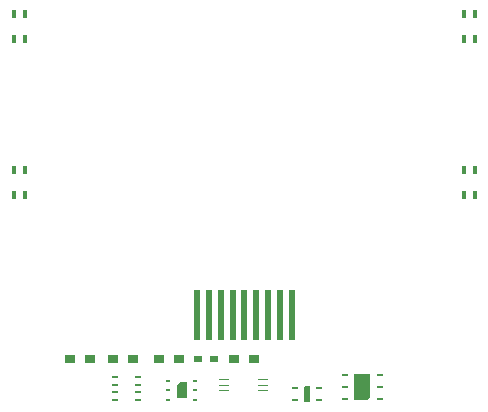
<source format=gbr>
G04 DipTrace 3.2.0.1*
G04 TopPaste.gbr*
%MOMM*%
G04 #@! TF.FileFunction,Paste,Top*
G04 #@! TF.Part,Single*
%AMOUTLINE2*
4,1,5,
-0.65,1.1,
0.65,1.1,
0.65,-0.90858,
0.45858,-1.1,
-0.65,-1.1,
-0.65,1.1,
0*%
%AMOUTLINE5*
4,1,5,
0.425,0.65,
0.425,-0.65,
-0.425,-0.65,
-0.425,0.40858,
-0.18358,0.65,
0.425,0.65,
0*%
%AMOUTLINE8*
4,1,5,
0.25,0.7,
0.25,-0.7,
-0.25,-0.7,
-0.25,0.55858,
-0.10858,0.7,
0.25,0.7,
0*%
%ADD46R,0.35X0.2*%
%ADD48R,0.8X0.05*%
%ADD50R,0.5X0.15*%
%ADD52R,0.6X0.2*%
%ADD54R,0.4X0.8*%
%ADD58R,0.5X4.3*%
%ADD60R,0.7X0.5*%
%ADD66R,0.9X0.8*%
%ADD69OUTLINE2*%
%ADD72OUTLINE5*%
%ADD75OUTLINE8*%
%FSLAX35Y35*%
G04*
G71*
G90*
G75*
G01*
G04 TopPaste*
%LPD*%
D66*
X-1473000Y-1932000D3*
X-1303000D3*
X-86000Y-1935000D3*
X84000D3*
X-1110000Y-1936000D3*
X-940000D3*
X-723000Y-1938000D3*
X-553000D3*
D60*
X-390000Y-1933000D3*
X-260000D3*
D58*
X0Y-1560000D3*
X-100000D3*
X100000D3*
X200000D3*
X300000D3*
X400000D3*
X-200000D3*
X-300000D3*
X-400000D3*
D54*
X-1860000Y-335000D3*
Y-545000D3*
X-1950000Y-335000D3*
Y-545000D3*
X1950000Y-335000D3*
X1860000D3*
X1950000Y-545000D3*
X1860000D3*
X-1860000Y985000D3*
Y775000D3*
X-1950000Y985000D3*
Y775000D3*
X1860000D3*
X1950000D3*
X1860000Y985000D3*
X1950000D3*
D52*
X855000Y-2270000D3*
Y-2170000D3*
Y-2070000D3*
X1145000Y-2270000D3*
Y-2170000D3*
Y-2070000D3*
D69*
X1000000Y-2170000D3*
D50*
X-1097500Y-2152500D3*
Y-2217500D3*
X-902500D3*
Y-2152500D3*
X-1097500Y-2087500D3*
Y-2282500D3*
X-902500D3*
Y-2087500D3*
D48*
X-168000Y-2159000D3*
X162000D3*
Y-2109000D3*
Y-2209000D3*
X-168000Y-2109000D3*
Y-2209000D3*
D72*
X-530000Y-2200000D3*
D46*
X-645000D3*
X-415000D3*
X-645000Y-2120000D3*
Y-2280000D3*
X-415000D3*
Y-2120000D3*
D75*
X530000Y-2230000D3*
D50*
X430000Y-2180000D3*
Y-2280000D3*
X630000Y-2181000D3*
Y-2280000D3*
M02*

</source>
